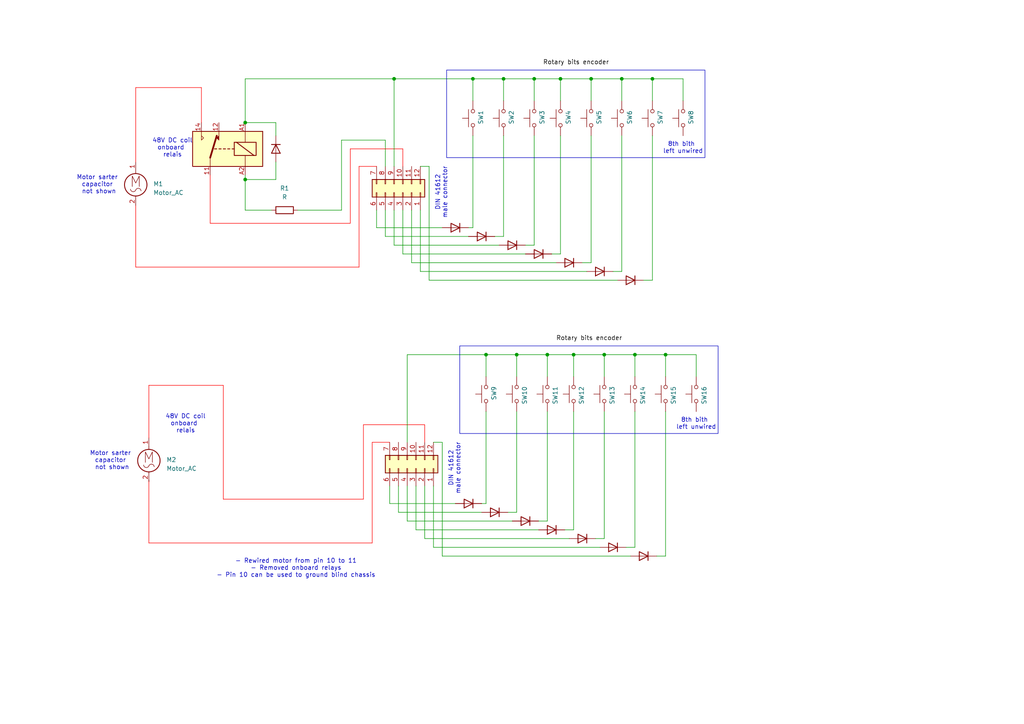
<source format=kicad_sch>
(kicad_sch (version 20231120) (generator "eeschema") (generator_version "8.0")
  (paper "A4")
  (lib_symbols
    (symbol "Connector_Generic:Conn_02x06_Counter_Clockwise" (pin_names (offset 1.016) hide)
      (property "Reference" "J" (at 1.27 7.62 0))
      (property "Value" "Conn_02x06_Counter_Clockwise" (at 1.27 -10.16 0))
      (symbol "Conn_02x06_Counter_Clockwise_1_1"
        (rectangle (start -1.27 -7.493) (end 0 -7.747) (stroke (width 0.1524)))
        (rectangle (start -1.27 -4.953) (end 0 -5.207) (stroke (width 0.1524)))
        (rectangle (start -1.27 -2.413) (end 0 -2.667) (stroke (width 0.1524)))
        (rectangle (start -1.27 0.127) (end 0 -0.127) (stroke (width 0.1524)))
        (rectangle (start -1.27 2.667) (end 0 2.413) (stroke (width 0.1524)))
        (rectangle (start -1.27 5.207) (end 0 4.953) (stroke (width 0.1524)))
        (rectangle (start -1.27 6.35) (end 3.81 -8.89) (stroke (width 0.254)) (fill (type background)))
        (rectangle (start 3.81 -7.493) (end 2.54 -7.747) (stroke (width 0.1524)))
        (rectangle (start 3.81 -4.953) (end 2.54 -5.207) (stroke (width 0.1524)))
        (rectangle (start 3.81 -2.413) (end 2.54 -2.667) (stroke (width 0.1524)))
        (rectangle (start 3.81 0.127) (end 2.54 -0.127) (stroke (width 0.1524)))
        (rectangle (start 3.81 2.667) (end 2.54 2.413) (stroke (width 0.1524)))
        (rectangle (start 3.81 5.207) (end 2.54 4.953) (stroke (width 0.1524)))
        (pin passive line (at -5.08 5.08 0) (length 3.81) (name "Pin_1") (number "1"))
        (pin passive line (at 7.62 0 180) (length 3.81) (name "Pin_10") (number "10"))
        (pin passive line (at 7.62 2.54 180) (length 3.81) (name "Pin_11") (number "11"))
        (pin passive line (at 7.62 5.08 180) (length 3.81) (name "Pin_12") (number "12"))
        (pin passive line (at -5.08 2.54 0) (length 3.81) (name "Pin_2") (number "2"))
        (pin passive line (at -5.08 0 0) (length 3.81) (name "Pin_3") (number "3"))
        (pin passive line (at -5.08 -2.54 0) (length 3.81) (name "Pin_4") (number "4"))
        (pin passive line (at -5.08 -5.08 0) (length 3.81) (name "Pin_5") (number "5"))
        (pin passive line (at -5.08 -7.62 0) (length 3.81) (name "Pin_6") (number "6"))
        (pin passive line (at 7.62 -7.62 180) (length 3.81) (name "Pin_7") (number "7"))
        (pin passive line (at 7.62 -5.08 180) (length 3.81) (name "Pin_8") (number "8"))
        (pin passive line (at 7.62 -2.54 180) (length 3.81) (name "Pin_9") (number "9"))
      )
    )
    (symbol "Device:D" (pin_numbers hide) (pin_names (offset 1.016) hide)
      (property "Reference" "D" (at 0 2.54 0))
      (property "Value" "D" (at 0 -2.54 0))
      (symbol "D_0_1"
        (polyline (pts (xy -1.27 1.27) (xy -1.27 -1.27)) (stroke (width 0.254)))
        (polyline (pts (xy 1.27 0) (xy -1.27 0)))
        (polyline (pts (xy 1.27 1.27) (xy 1.27 -1.27) (xy -1.27 0) (xy 1.27 1.27)) (stroke (width 0.254)))
      )
      (symbol "D_1_1"
        (pin passive line (at -3.81 0 0) (length 2.54) (name "K") (number "1"))
        (pin passive line (at 3.81 0 180) (length 2.54) (name "A") (number "2"))
      )
    )
    (symbol "Device:R" (pin_numbers hide) (pin_names (offset 0))
      (property "Reference" "R" (at 2.032 0 90))
      (property "Value" "R" (at 0 0 90))
      (symbol "R_0_1"
        (rectangle (start -1.016 -2.54) (end 1.016 2.54) (stroke (width 0.254)))
      )
      (symbol "R_1_1"
        (pin passive line (at 0 3.81 270) (length 1.27) (name "~") (number "1"))
        (pin passive line (at 0 -3.81 90) (length 1.27) (name "~") (number "2"))
      )
    )
    (symbol "Motor:Motor_AC" (pin_names (offset 0))
      (property "Reference" "M" (at 2.54 2.54 0))
      (property "Value" "Motor_AC" (at 2.54 -5.08 0))
      (symbol "Motor_AC_0_0"
        (arc (start -1.524 -2.794) (mid -0.8654 -3.5217) (end 0 -3.048))
        (polyline (pts (xy -1.016 -2.032) (xy -1.016 1.016) (xy 0 -1.016) (xy 1.016 1.016) (xy 1.016 -2.032)))
        (arc (start 1.524 -3.302) (mid 0.85 -2.5503) (end 0 -3.048))
      )
      (symbol "Motor_AC_0_1"
        (circle (center 0 -1.524) (radius 3.2512) (stroke (width 0.254)))
        (polyline (pts (xy 0 -7.62) (xy 0 -7.112)))
        (polyline (pts (xy 0 -4.7752) (xy 0 -5.1816)))
        (polyline (pts (xy 0 1.7272) (xy 0 2.0828)))
        (polyline (pts (xy 0 2.032) (xy 0 2.54)))
      )
      (symbol "Motor_AC_1_1"
        (pin passive line (at 0 5.08 270) (length 2.54) (name "~") (number "1"))
        (pin passive line (at 0 -7.62 90) (length 2.54) (name "~") (number "2"))
      )
    )
    (symbol "Relay:Relay_SPDT"
      (property "Reference" "K" (at 11.43 3.81 0))
      (property "Value" "Relay_SPDT" (at 11.43 1.27 0))
      (symbol "Relay_SPDT_0_0"
        (polyline (pts (xy 7.62 5.08) (xy 7.62 2.54) (xy 6.985 3.175) (xy 7.62 3.81)))
      )
      (symbol "Relay_SPDT_0_1"
        (rectangle (start -10.16 5.08) (end 10.16 -5.08) (stroke (width 0.254)) (fill (type background)))
        (rectangle (start -8.255 1.905) (end -1.905 -1.905) (stroke (width 0.254)))
        (polyline (pts (xy -7.62 -1.905) (xy -2.54 1.905)) (stroke (width 0.254)))
        (polyline (pts (xy -5.08 -5.08) (xy -5.08 -1.905)))
        (polyline (pts (xy -5.08 5.08) (xy -5.08 1.905)))
        (polyline (pts (xy -1.905 0) (xy -1.27 0)) (stroke (width 0.254)))
        (polyline (pts (xy -0.635 0) (xy 0 0)) (stroke (width 0.254)))
        (polyline (pts (xy 0.635 0) (xy 1.27 0)) (stroke (width 0.254)))
        (polyline (pts (xy 1.905 0) (xy 2.54 0)) (stroke (width 0.254)))
        (polyline (pts (xy 3.175 0) (xy 3.81 0)) (stroke (width 0.254)))
        (polyline (pts (xy 5.08 -2.54) (xy 3.175 3.81)) (stroke (width 0.508)))
        (polyline (pts (xy 5.08 -2.54) (xy 5.08 -5.08)))
        (polyline (pts (xy 2.54 5.08) (xy 2.54 2.54) (xy 3.175 3.175) (xy 2.54 3.81)) (fill (type outline)))
      )
      (symbol "Relay_SPDT_1_1"
        (pin passive line (at 5.08 -7.62 90) (length 2.54) (name "~") (number "11"))
        (pin passive line (at 2.54 7.62 270) (length 2.54) (name "~") (number "12"))
        (pin passive line (at 7.62 7.62 270) (length 2.54) (name "~") (number "14"))
        (pin passive line (at -5.08 7.62 270) (length 2.54) (name "~") (number "A1"))
        (pin passive line (at -5.08 -7.62 90) (length 2.54) (name "~") (number "A2"))
      )
    )
    (symbol "Switch:SW_Push" (pin_numbers hide) (pin_names (offset 1.016) hide)
      (property "Reference" "SW" (at 1.27 2.54 0))
      (property "Value" "SW_Push" (at 0 -1.524 0))
      (symbol "SW_Push_0_1"
        (circle (center -2.032 0) (radius 0.508))
        (polyline (pts (xy 0 1.27) (xy 0 3.048)))
        (polyline (pts (xy 2.54 1.27) (xy -2.54 1.27)))
        (circle (center 2.032 0) (radius 0.508))
        (pin passive line (at -5.08 0 0) (length 2.54) (name "1") (number "1"))
        (pin passive line (at 5.08 0 180) (length 2.54) (name "2") (number "2"))
      )
    )
  )
  (junction (at 180.34 22.86))
  (junction (at 154.94 22.86))
  (junction (at 114.3 22.86))
  (junction (at 162.56 22.86))
  (junction (at 146.05 22.86))
  (junction (at 137.16 22.86))
  (junction (at 149.86 102.87))
  (junction (at 166.37 102.87))
  (junction (at 158.75 102.87))
  (junction (at 193.04 102.87))
  (junction (at 189.23 22.86))
  (junction (at 71.12 52.07))
  (junction (at 184.15 102.87))
  (junction (at 71.12 35.56))
  (junction (at 140.97 102.87))
  (junction (at 171.45 22.86))
  (junction (at 175.26 102.87))
  (wire (pts (xy 154.94 71.12) (xy 152.4 71.12)))
  (wire (pts (xy 193.04 161.29) (xy 190.5 161.29)))
  (wire (pts (xy 105.41 123.19) (xy 123.19 123.19)) (stroke (width 0) (color 255 0 0 1)))
  (wire (pts (xy 121.92 48.26) (xy 124.46 48.26)))
  (wire (pts (xy 154.94 22.86) (xy 162.56 22.86)))
  (wire (pts (xy 193.04 119.38) (xy 193.04 161.29)))
  (wire (pts (xy 114.3 22.86) (xy 114.3 48.26)))
  (wire (pts (xy 149.86 109.22) (xy 149.86 102.87)))
  (wire (pts (xy 146.05 29.21) (xy 146.05 22.86)))
  (wire (pts (xy 179.07 81.28) (xy 124.46 81.28)))
  (wire (pts (xy 140.97 146.05) (xy 139.7 146.05)))
  (wire (pts (xy 137.16 39.37) (xy 137.16 66.04)))
  (wire (pts (xy 166.37 119.38) (xy 166.37 153.67)))
  (wire (pts (xy 137.16 22.86) (xy 137.16 29.21)))
  (wire (pts (xy 99.06 40.64) (xy 111.76 40.64)))
  (wire (pts (xy 162.56 22.86) (xy 162.56 29.21)))
  (wire (pts (xy 71.12 50.8) (xy 71.12 52.07)))
  (wire (pts (xy 60.96 50.8) (xy 60.96 64.77)) (stroke (width 0) (color 255 0 0 1)))
  (wire (pts (xy 121.92 78.74) (xy 170.18 78.74)))
  (wire (pts (xy 184.15 102.87) (xy 184.15 109.22)))
  (wire (pts (xy 128.27 66.04) (xy 109.22 66.04)))
  (wire (pts (xy 39.37 25.4) (xy 58.42 25.4)) (stroke (width 0) (color 255 0 0 1)))
  (wire (pts (xy 162.56 73.66) (xy 160.02 73.66)))
  (wire (pts (xy 123.19 140.97) (xy 123.19 156.21)))
  (wire (pts (xy 175.26 102.87) (xy 175.26 109.22)))
  (wire (pts (xy 118.11 102.87) (xy 140.97 102.87)))
  (wire (pts (xy 149.86 119.38) (xy 149.86 148.59)))
  (wire (pts (xy 189.23 39.37) (xy 189.23 81.28)))
  (wire (pts (xy 107.95 157.48) (xy 107.95 128.27)) (stroke (width 0) (color 255 0 0 1)))
  (wire (pts (xy 146.05 39.37) (xy 146.05 68.58)))
  (wire (pts (xy 125.73 140.97) (xy 125.73 158.75)))
  (wire (pts (xy 71.12 22.86) (xy 114.3 22.86)))
  (wire (pts (xy 171.45 22.86) (xy 171.45 29.21)))
  (wire (pts (xy 171.45 22.86) (xy 180.34 22.86)))
  (wire (pts (xy 71.12 52.07) (xy 80.01 52.07)))
  (wire (pts (xy 189.23 22.86) (xy 198.12 22.86)))
  (wire (pts (xy 139.7 148.59) (xy 115.57 148.59)))
  (wire (pts (xy 120.65 140.97) (xy 120.65 153.67)))
  (wire (pts (xy 171.45 39.37) (xy 171.45 76.2)))
  (wire (pts (xy 43.18 111.76) (xy 64.77 111.76)) (stroke (width 0) (color 255 0 0 1)))
  (wire (pts (xy 39.37 59.69) (xy 39.37 77.47)) (stroke (width 0) (color 255 0 0 1)))
  (wire (pts (xy 177.8 78.74) (xy 180.34 78.74)))
  (wire (pts (xy 166.37 102.87) (xy 175.26 102.87)))
  (wire (pts (xy 165.1 156.21) (xy 123.19 156.21)))
  (wire (pts (xy 80.01 35.56) (xy 80.01 39.37)))
  (wire (pts (xy 60.96 64.77) (xy 101.6 64.77)) (stroke (width 0) (color 255 0 0 1)))
  (wire (pts (xy 125.73 128.27) (xy 128.27 128.27)))
  (wire (pts (xy 162.56 22.86) (xy 171.45 22.86)))
  (wire (pts (xy 175.26 119.38) (xy 175.26 156.21)))
  (wire (pts (xy 113.03 146.05) (xy 113.03 140.97)))
  (wire (pts (xy 144.78 71.12) (xy 114.3 71.12)))
  (wire (pts (xy 175.26 156.21) (xy 172.72 156.21)))
  (wire (pts (xy 43.18 157.48) (xy 107.95 157.48)) (stroke (width 0) (color 255 0 0 1)))
  (wire (pts (xy 101.6 43.18) (xy 116.84 43.18)) (stroke (width 0) (color 255 0 0 1)))
  (wire (pts (xy 189.23 29.21) (xy 189.23 22.86)))
  (wire (pts (xy 114.3 22.86) (xy 137.16 22.86)))
  (wire (pts (xy 111.76 40.64) (xy 111.76 48.26)))
  (wire (pts (xy 154.94 39.37) (xy 154.94 71.12)))
  (wire (pts (xy 109.22 66.04) (xy 109.22 60.96)))
  (wire (pts (xy 107.95 128.27) (xy 113.03 128.27)) (stroke (width 0) (color 255 0 0 1)))
  (wire (pts (xy 116.84 43.18) (xy 116.84 48.26)) (stroke (width 0) (color 255 0 0 1)))
  (wire (pts (xy 175.26 102.87) (xy 184.15 102.87)))
  (wire (pts (xy 135.89 68.58) (xy 111.76 68.58)))
  (wire (pts (xy 64.77 111.76) (xy 64.77 144.78)) (stroke (width 0) (color 255 0 0 1)))
  (wire (pts (xy 80.01 52.07) (xy 80.01 46.99)))
  (wire (pts (xy 71.12 60.96) (xy 78.74 60.96)))
  (wire (pts (xy 64.77 144.78) (xy 105.41 144.78)) (stroke (width 0) (color 255 0 0 1)))
  (wire (pts (xy 193.04 109.22) (xy 193.04 102.87)))
  (wire (pts (xy 125.73 158.75) (xy 173.99 158.75)))
  (wire (pts (xy 132.08 146.05) (xy 113.03 146.05)))
  (wire (pts (xy 201.93 102.87) (xy 201.93 109.22)))
  (wire (pts (xy 104.14 48.26) (xy 109.22 48.26)) (stroke (width 0) (color 255 0 0 1)))
  (wire (pts (xy 124.46 81.28) (xy 124.46 48.26)))
  (wire (pts (xy 171.45 76.2) (xy 168.91 76.2)))
  (wire (pts (xy 119.38 60.96) (xy 119.38 76.2)))
  (wire (pts (xy 180.34 39.37) (xy 180.34 78.74)))
  (wire (pts (xy 39.37 77.47) (xy 104.14 77.47)) (stroke (width 0) (color 255 0 0 1)))
  (wire (pts (xy 166.37 102.87) (xy 166.37 109.22)))
  (wire (pts (xy 104.14 77.47) (xy 104.14 48.26)) (stroke (width 0) (color 255 0 0 1)))
  (wire (pts (xy 118.11 102.87) (xy 118.11 128.27)))
  (wire (pts (xy 99.06 60.96) (xy 99.06 40.64)))
  (wire (pts (xy 123.19 123.19) (xy 123.19 128.27)) (stroke (width 0) (color 255 0 0 1)))
  (wire (pts (xy 105.41 144.78) (xy 105.41 123.19)) (stroke (width 0) (color 255 0 0 1)))
  (wire (pts (xy 158.75 102.87) (xy 166.37 102.87)))
  (wire (pts (xy 158.75 102.87) (xy 158.75 109.22)))
  (wire (pts (xy 181.61 158.75) (xy 184.15 158.75)))
  (wire (pts (xy 198.12 22.86) (xy 198.12 29.21)))
  (wire (pts (xy 39.37 46.99) (xy 39.37 25.4)) (stroke (width 0) (color 255 0 0 1)))
  (wire (pts (xy 43.18 139.7) (xy 43.18 157.48)) (stroke (width 0) (color 255 0 0 1)))
  (wire (pts (xy 162.56 39.37) (xy 162.56 73.66)))
  (wire (pts (xy 118.11 140.97) (xy 118.11 151.13)))
  (wire (pts (xy 180.34 22.86) (xy 189.23 22.86)))
  (wire (pts (xy 156.21 153.67) (xy 120.65 153.67)))
  (wire (pts (xy 140.97 102.87) (xy 140.97 109.22)))
  (wire (pts (xy 158.75 119.38) (xy 158.75 151.13)))
  (wire (pts (xy 114.3 60.96) (xy 114.3 71.12)))
  (wire (pts (xy 154.94 22.86) (xy 154.94 29.21)))
  (wire (pts (xy 146.05 22.86) (xy 154.94 22.86)))
  (wire (pts (xy 137.16 22.86) (xy 146.05 22.86)))
  (wire (pts (xy 71.12 52.07) (xy 71.12 60.96)))
  (wire (pts (xy 71.12 35.56) (xy 80.01 35.56)))
  (wire (pts (xy 140.97 119.38) (xy 140.97 146.05)))
  (wire (pts (xy 146.05 68.58) (xy 143.51 68.58)))
  (wire (pts (xy 149.86 148.59) (xy 147.32 148.59)))
  (wire (pts (xy 115.57 140.97) (xy 115.57 148.59)))
  (wire (pts (xy 184.15 119.38) (xy 184.15 158.75)))
  (wire (pts (xy 101.6 64.77) (xy 101.6 43.18)) (stroke (width 0) (color 255 0 0 1)))
  (wire (pts (xy 137.16 66.04) (xy 135.89 66.04)))
  (wire (pts (xy 140.97 102.87) (xy 149.86 102.87)))
  (wire (pts (xy 111.76 60.96) (xy 111.76 68.58)))
  (wire (pts (xy 152.4 73.66) (xy 116.84 73.66)))
  (wire (pts (xy 128.27 161.29) (xy 128.27 128.27)))
  (wire (pts (xy 149.86 102.87) (xy 158.75 102.87)))
  (wire (pts (xy 184.15 102.87) (xy 193.04 102.87)))
  (wire (pts (xy 43.18 127) (xy 43.18 111.76)) (stroke (width 0) (color 255 0 0 1)))
  (wire (pts (xy 71.12 22.86) (xy 71.12 35.56)))
  (wire (pts (xy 121.92 60.96) (xy 121.92 78.74)))
  (wire (pts (xy 193.04 102.87) (xy 201.93 102.87)))
  (wire (pts (xy 158.75 151.13) (xy 156.21 151.13)))
  (wire (pts (xy 182.88 161.29) (xy 128.27 161.29)))
  (wire (pts (xy 166.37 153.67) (xy 163.83 153.67)))
  (wire (pts (xy 86.36 60.96) (xy 99.06 60.96)))
  (wire (pts (xy 148.59 151.13) (xy 118.11 151.13)))
  (wire (pts (xy 161.29 76.2) (xy 119.38 76.2)))
  (wire (pts (xy 116.84 60.96) (xy 116.84 73.66)))
  (wire (pts (xy 58.42 25.4) (xy 58.42 35.56)) (stroke (width 0) (color 255 0 0 1)))
  (wire (pts (xy 180.34 22.86) (xy 180.34 29.21)))
  (wire (pts (xy 189.23 81.28) (xy 186.69 81.28)))
  (rectangle (start 133.35 100.33) (end 208.28 125.73))
  (rectangle (start 129.54 20.32) (end 204.47 45.72))
  (text "DIN 41612\nmale connector\n" (at 128.016 55.88 90) (effects (font (size 1.27 1.27))))
  (text "DIN 41612\nmale connector\n" (at 131.826 135.89 90) (effects (font (size 1.27 1.27))))
  (text "Motor sarter \ncapacitor \nnot shown\n" (at 28.702 53.594 0) (effects (font (size 1.27 1.27))))
  (text "8th bith \nleft unwired\n" (at 201.93 122.936 0) (effects (font (size 1.27 1.27))))
  (text "8th bith \nleft unwired\n" (at 198.12 42.926 0) (effects (font (size 1.27 1.27))))
  (text "48V DC coil\nonboard \nrelais" (at 50.038 42.926 0) (effects (font (size 1.27 1.27))))
  (text "48V DC coil\nonboard \nrelais" (at 53.848 122.936 0) (effects (font (size 1.27 1.27))))
  (text "- Rewired motor from pin 10 to 11\n- Removed onboard relays\n- Pin 10 can be used to ground blind chassis" (at 85.852 164.846 0) (effects (font (size 1.27 1.27))))
  (text "Motor sarter \ncapacitor \nnot shown\n" (at 32.512 133.604 0) (effects (font (size 1.27 1.27))))
  (label "Rotary bits encoder" (at 157.48 19.05 0))
  (label "Rotary bits encoder" (at 161.29 99.06 0))
  (symbol (lib_id "Device:D") (at 143.51 148.59 180) (unit 1)
    (property "Reference" "D11" (effects (hide yes)))
    (property "Value" "D" (effects (hide yes)))
    (property "Description" "Diode" (effects (hide yes)))
    (property "Sim.Device" "D" (effects (hide yes)))
    (property "Sim.Pins" "1=K 2=A" (effects (hide yes)))
  )
  (symbol (lib_id "Switch:SW_Push") (at 166.37 114.3 90) (unit 1)
    (property "Reference" "SW12" (at 168.656 112.014 0) (effects (justify right)))
    (property "Value" "SW_Push" (effects (hide yes)))
    (property "Description" "Push button switch, generic, two pins" (effects (hide yes)))
  )
  (symbol (lib_id "Device:D") (at 173.99 78.74 180) (unit 1)
    (property "Reference" "D6" (effects (hide yes)))
    (property "Value" "D" (effects (hide yes)))
    (property "Description" "Diode" (effects (hide yes)))
    (property "Sim.Device" "D" (effects (hide yes)))
    (property "Sim.Pins" "1=K 2=A" (effects (hide yes)))
  )
  (symbol (lib_id "Connector_Generic:Conn_02x06_Counter_Clockwise") (at 116.84 55.88 270) (mirror x) (unit 1)
    (property "Reference" "J1" (effects (hide yes)))
    (property "Value" "Conn_02x06_Counter_Clockwise" (effects (hide yes)))
    (property "Description" "Generic connector, double row, 02x06, counter clockwise pin numbering scheme (similar to DIP package numbering), script generated (kicad-library-utils/schlib/autogen/connector/)" (effects (hide yes)))
  )
  (symbol (lib_id "Switch:SW_Push") (at 180.34 34.29 90) (unit 1)
    (property "Reference" "SW6" (at 182.626 32.004 0) (effects (justify right)))
    (property "Value" "SW_Push" (effects (hide yes)))
    (property "Description" "Push button switch, generic, two pins" (effects (hide yes)))
  )
  (symbol (lib_id "Switch:SW_Push") (at 140.97 114.3 90) (unit 1)
    (property "Reference" "SW9" (at 143.256 112.014 0) (effects (justify right)))
    (property "Value" "SW_Push" (effects (hide yes)))
    (property "Description" "Push button switch, generic, two pins" (effects (hide yes)))
  )
  (symbol (lib_id "Motor:Motor_AC") (at 39.37 52.07 0) (unit 1)
    (property "Reference" "M1" (at 44.45 53.3399 0) (effects (justify left)))
    (property "Value" "Motor_AC" (at 44.45 55.8799 0) (effects (justify left)))
    (property "Description" "AC Motor" (effects (hide yes)))
  )
  (symbol (lib_id "Switch:SW_Push") (at 137.16 34.29 90) (unit 1)
    (property "Reference" "SW1" (at 139.446 32.004 0) (effects (justify right)))
    (property "Value" "SW_Push" (effects (hide yes)))
    (property "Description" "Push button switch, generic, two pins" (effects (hide yes)))
  )
  (symbol (lib_id "Switch:SW_Push") (at 201.93 114.3 90) (unit 1)
    (property "Reference" "SW16" (at 204.216 112.014 0) (effects (justify right)))
    (property "Value" "SW_Push" (effects (hide yes)))
    (property "Description" "Push button switch, generic, two pins" (effects (hide yes)))
  )
  (symbol (lib_id "Device:D") (at 139.7 68.58 180) (unit 1)
    (property "Reference" "D2" (effects (hide yes)))
    (property "Value" "D" (effects (hide yes)))
    (property "Description" "Diode" (effects (hide yes)))
    (property "Sim.Device" "D" (effects (hide yes)))
    (property "Sim.Pins" "1=K 2=A" (effects (hide yes)))
  )
  (symbol (lib_id "Device:D") (at 80.01 43.18 270) (unit 1)
    (property "Reference" "D8" (effects (hide yes)))
    (property "Value" "D" (effects (hide yes)))
    (property "Description" "Diode" (effects (hide yes)))
    (property "Sim.Device" "D" (effects (hide yes)))
    (property "Sim.Pins" "1=K 2=A" (effects (hide yes)))
  )
  (symbol (lib_id "Device:D") (at 160.02 153.67 180) (unit 1)
    (property "Reference" "D13" (effects (hide yes)))
    (property "Value" "D" (effects (hide yes)))
    (property "Description" "Diode" (effects (hide yes)))
    (property "Sim.Device" "D" (effects (hide yes)))
    (property "Sim.Pins" "1=K 2=A" (effects (hide yes)))
  )
  (symbol (lib_id "Motor:Motor_AC") (at 43.18 132.08 0) (unit 1)
    (property "Reference" "M2" (at 48.26 133.3499 0) (effects (justify left)))
    (property "Value" "Motor_AC" (at 48.26 135.8899 0) (effects (justify left)))
    (property "Description" "AC Motor" (effects (hide yes)))
  )
  (symbol (lib_id "Relay:Relay_SPDT") (at 66.04 43.18 0) (mirror y) (unit 1)
    (property "Reference" "K1" (effects (hide yes)))
    (property "Value" "Relay_SPDT" (effects (hide yes)))
    (property "Description" "Relay SPDT, monostable, EN50005" (effects (hide yes)))
  )
  (symbol (lib_id "Switch:SW_Push") (at 154.94 34.29 90) (unit 1)
    (property "Reference" "SW3" (at 157.226 32.004 0) (effects (justify right)))
    (property "Value" "SW_Push" (effects (hide yes)))
    (property "Description" "Push button switch, generic, two pins" (effects (hide yes)))
  )
  (symbol (lib_id "Switch:SW_Push") (at 149.86 114.3 90) (unit 1)
    (property "Reference" "SW10" (at 152.146 112.014 0) (effects (justify right)))
    (property "Value" "SW_Push" (effects (hide yes)))
    (property "Description" "Push button switch, generic, two pins" (effects (hide yes)))
  )
  (symbol (lib_id "Switch:SW_Push") (at 189.23 34.29 90) (unit 1)
    (property "Reference" "SW7" (at 191.516 32.004 0) (effects (justify right)))
    (property "Value" "SW_Push" (effects (hide yes)))
    (property "Description" "Push button switch, generic, two pins" (effects (hide yes)))
  )
  (symbol (lib_id "Device:D") (at 152.4 151.13 180) (unit 1)
    (property "Reference" "D12" (effects (hide yes)))
    (property "Value" "D" (effects (hide yes)))
    (property "Description" "Diode" (effects (hide yes)))
    (property "Sim.Device" "D" (effects (hide yes)))
    (property "Sim.Pins" "1=K 2=A" (effects (hide yes)))
  )
  (symbol (lib_id "Switch:SW_Push") (at 158.75 114.3 90) (unit 1)
    (property "Reference" "SW11" (at 161.036 112.014 0) (effects (justify right)))
    (property "Value" "SW_Push" (effects (hide yes)))
    (property "Description" "Push button switch, generic, two pins" (effects (hide yes)))
  )
  (symbol (lib_id "Device:R") (at 82.55 60.96 90) (unit 1)
    (property "Reference" "R1" (at 82.55 54.61 90))
    (property "Value" "R" (at 82.55 57.15 90))
    (property "Description" "Resistor" (effects (hide yes)))
  )
  (symbol (lib_id "Switch:SW_Push") (at 162.56 34.29 90) (unit 1)
    (property "Reference" "SW4" (at 164.846 32.004 0) (effects (justify right)))
    (property "Value" "SW_Push" (effects (hide yes)))
    (property "Description" "Push button switch, generic, two pins" (effects (hide yes)))
  )
  (symbol (lib_id "Device:D") (at 168.91 156.21 180) (unit 1)
    (property "Reference" "D14" (effects (hide yes)))
    (property "Value" "D" (effects (hide yes)))
    (property "Description" "Diode" (effects (hide yes)))
    (property "Sim.Device" "D" (effects (hide yes)))
    (property "Sim.Pins" "1=K 2=A" (effects (hide yes)))
  )
  (symbol (lib_id "Switch:SW_Push") (at 184.15 114.3 90) (unit 1)
    (property "Reference" "SW14" (at 186.436 112.014 0) (effects (justify right)))
    (property "Value" "SW_Push" (effects (hide yes)))
    (property "Description" "Push button switch, generic, two pins" (effects (hide yes)))
  )
  (symbol (lib_id "Device:D") (at 182.88 81.28 180) (unit 1)
    (property "Reference" "D7" (effects (hide yes)))
    (property "Value" "D" (effects (hide yes)))
    (property "Description" "Diode" (effects (hide yes)))
    (property "Sim.Device" "D" (effects (hide yes)))
    (property "Sim.Pins" "1=K 2=A" (effects (hide yes)))
  )
  (symbol (lib_id "Switch:SW_Push") (at 175.26 114.3 90) (unit 1)
    (property "Reference" "SW13" (at 177.546 112.014 0) (effects (justify right)))
    (property "Value" "SW_Push" (effects (hide yes)))
    (property "Description" "Push button switch, generic, two pins" (effects (hide yes)))
  )
  (symbol (lib_id "Device:D") (at 156.21 73.66 180) (unit 1)
    (property "Reference" "D4" (effects (hide yes)))
    (property "Value" "D" (effects (hide yes)))
    (property "Description" "Diode" (effects (hide yes)))
    (property "Sim.Device" "D" (effects (hide yes)))
    (property "Sim.Pins" "1=K 2=A" (effects (hide yes)))
  )
  (symbol (lib_id "Device:D") (at 148.59 71.12 180) (unit 1)
    (property "Reference" "D3" (effects (hide yes)))
    (property "Value" "D" (effects (hide yes)))
    (property "Description" "Diode" (effects (hide yes)))
    (property "Sim.Device" "D" (effects (hide yes)))
    (property "Sim.Pins" "1=K 2=A" (effects (hide yes)))
  )
  (symbol (lib_id "Switch:SW_Push") (at 193.04 114.3 90) (unit 1)
    (property "Reference" "SW15" (at 195.326 112.014 0) (effects (justify right)))
    (property "Value" "SW_Push" (effects (hide yes)))
    (property "Description" "Push button switch, generic, two pins" (effects (hide yes)))
  )
  (symbol (lib_id "Connector_Generic:Conn_02x06_Counter_Clockwise") (at 120.65 135.89 270) (mirror x) (unit 1)
    (property "Reference" "J2" (effects (hide yes)))
    (property "Value" "Conn_02x06_Counter_Clockwise" (effects (hide yes)))
    (property "Description" "Generic connector, double row, 02x06, counter clockwise pin numbering scheme (similar to DIP package numbering), script generated (kicad-library-utils/schlib/autogen/connector/)" (effects (hide yes)))
  )
  (symbol (lib_id "Device:D") (at 132.08 66.04 180) (unit 1)
    (property "Reference" "D1" (effects (hide yes)))
    (property "Value" "D" (effects (hide yes)))
    (property "Description" "Diode" (effects (hide yes)))
    (property "Sim.Device" "D" (effects (hide yes)))
    (property "Sim.Pins" "1=K 2=A" (effects (hide yes)))
  )
  (symbol (lib_id "Device:D") (at 135.89 146.05 180) (unit 1)
    (property "Reference" "D10" (effects (hide yes)))
    (property "Value" "D" (effects (hide yes)))
    (property "Description" "Diode" (effects (hide yes)))
    (property "Sim.Device" "D" (effects (hide yes)))
    (property "Sim.Pins" "1=K 2=A" (effects (hide yes)))
  )
  (symbol (lib_id "Switch:SW_Push") (at 198.12 34.29 90) (unit 1)
    (property "Reference" "SW8" (at 200.406 32.004 0) (effects (justify right)))
    (property "Value" "SW_Push" (effects (hide yes)))
    (property "Description" "Push button switch, generic, two pins" (effects (hide yes)))
  )
  (symbol (lib_id "Device:D") (at 177.8 158.75 180) (unit 1)
    (property "Reference" "D15" (effects (hide yes)))
    (property "Value" "D" (effects (hide yes)))
    (property "Description" "Diode" (effects (hide yes)))
    (property "Sim.Device" "D" (effects (hide yes)))
    (property "Sim.Pins" "1=K 2=A" (effects (hide yes)))
  )
  (symbol (lib_id "Device:D") (at 165.1 76.2 180) (unit 1)
    (property "Reference" "D5" (effects (hide yes)))
    (property "Value" "D" (effects (hide yes)))
    (property "Description" "Diode" (effects (hide yes)))
    (property "Sim.Device" "D" (effects (hide yes)))
    (property "Sim.Pins" "1=K 2=A" (effects (hide yes)))
  )
  (symbol (lib_id "Switch:SW_Push") (at 146.05 34.29 90) (unit 1)
    (property "Reference" "SW2" (at 148.336 32.004 0) (effects (justify right)))
    (property "Value" "SW_Push" (effects (hide yes)))
    (property "Description" "Push button switch, generic, two pins" (effects (hide yes)))
  )
  (symbol (lib_id "Switch:SW_Push") (at 171.45 34.29 90) (unit 1)
    (property "Reference" "SW5" (at 173.736 32.004 0) (effects (justify right)))
    (property "Value" "SW_Push" (effects (hide yes)))
    (property "Description" "Push button switch, generic, two pins" (effects (hide yes)))
  )
  (symbol (lib_id "Device:D") (at 186.69 161.29 180) (unit 1)
    (property "Reference" "D16" (effects (hide yes)))
    (property "Value" "D" (effects (hide yes)))
    (property "Description" "Diode" (effects (hide yes)))
    (property "Sim.Device" "D" (effects (hide yes)))
    (property "Sim.Pins" "1=K 2=A" (effects (hide yes)))
  )
)
</source>
